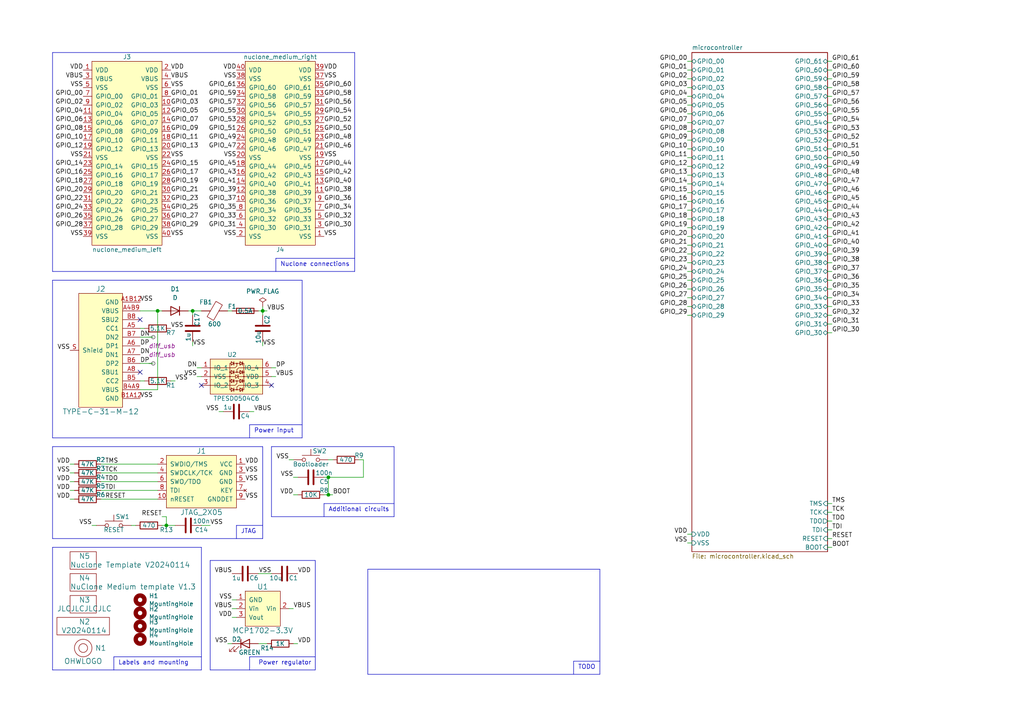
<source format=kicad_sch>
(kicad_sch (version 20230121) (generator eeschema)
  (paper "A4")
  (lib_symbols
    (symbol "Device:C" (pin_numbers hide) (pin_names (offset 0.254))
      (property "Reference" "C" (at 0.635 2.54 0))
      (property "Value" "C" (at 0.635 -2.54 0))
      (symbol "C_0_1"
        (polyline (pts (xy -2.032 -0.762) (xy 2.032 -0.762)) (stroke (width 0.508)))
        (polyline (pts (xy -2.032 0.762) (xy 2.032 0.762)) (stroke (width 0.508)))
      )
      (symbol "C_1_1"
        (pin passive line (at 0 3.81 270) (length 2.794) (name "~") (number "1"))
        (pin passive line (at 0 -3.81 90) (length 2.794) (name "~") (number "2"))
      )
    )
    (symbol "Device:D" (pin_numbers hide) (pin_names (offset 1.016) hide)
      (property "Reference" "D" (at 0 2.54 0))
      (property "Value" "D" (at 0 -2.54 0))
      (symbol "D_0_1"
        (polyline (pts (xy -1.27 1.27) (xy -1.27 -1.27)) (stroke (width 0.254)))
        (polyline (pts (xy 1.27 0) (xy -1.27 0)))
        (polyline (pts (xy 1.27 1.27) (xy 1.27 -1.27) (xy -1.27 0) (xy 1.27 1.27)) (stroke (width 0.254)))
      )
      (symbol "D_1_1"
        (pin passive line (at -3.81 0 0) (length 2.54) (name "K") (number "1"))
        (pin passive line (at 3.81 0 180) (length 2.54) (name "A") (number "2"))
      )
    )
    (symbol "Device:FerriteBead" (pin_numbers hide) (pin_names (offset 0))
      (property "Reference" "FB" (at -3.81 0.635 90))
      (property "Value" "FerriteBead" (at 3.81 0 90))
      (symbol "FerriteBead_0_1"
        (polyline (pts (xy 0 -1.27) (xy 0 -1.2192)))
        (polyline (pts (xy 0 1.27) (xy 0 1.2954)))
        (polyline (pts (xy -2.7686 0.4064) (xy -1.7018 2.2606) (xy 2.7686 -0.3048) (xy 1.6764 -2.159) (xy -2.7686 0.4064)))
      )
      (symbol "FerriteBead_1_1"
        (pin passive line (at 0 3.81 270) (length 2.54) (name "~") (number "1"))
        (pin passive line (at 0 -3.81 90) (length 2.54) (name "~") (number "2"))
      )
    )
    (symbol "Device:Fuse" (pin_numbers hide) (pin_names (offset 0))
      (property "Reference" "F" (at 2.032 0 90))
      (property "Value" "Fuse" (at -1.905 0 90))
      (symbol "Fuse_0_1"
        (rectangle (start -0.762 -2.54) (end 0.762 2.54) (stroke (width 0.254)))
        (polyline (pts (xy 0 2.54) (xy 0 -2.54)))
      )
      (symbol "Fuse_1_1"
        (pin passive line (at 0 3.81 270) (length 1.27) (name "~") (number "1"))
        (pin passive line (at 0 -3.81 90) (length 1.27) (name "~") (number "2"))
      )
    )
    (symbol "Device:LED" (pin_numbers hide) (pin_names (offset 1.016) hide)
      (property "Reference" "D" (at 0 2.54 0))
      (property "Value" "LED" (at 0 -2.54 0))
      (symbol "LED_0_1"
        (polyline (pts (xy -1.27 -1.27) (xy -1.27 1.27)) (stroke (width 0.254)))
        (polyline (pts (xy -1.27 0) (xy 1.27 0)))
        (polyline (pts (xy 1.27 -1.27) (xy 1.27 1.27) (xy -1.27 0) (xy 1.27 -1.27)) (stroke (width 0.254)))
        (polyline (pts (xy -3.048 -0.762) (xy -4.572 -2.286) (xy -3.81 -2.286) (xy -4.572 -2.286) (xy -4.572 -1.524)))
        (polyline (pts (xy -1.778 -0.762) (xy -3.302 -2.286) (xy -2.54 -2.286) (xy -3.302 -2.286) (xy -3.302 -1.524)))
      )
      (symbol "LED_1_1"
        (pin passive line (at -3.81 0 0) (length 2.54) (name "K") (number "1"))
        (pin passive line (at 3.81 0 180) (length 2.54) (name "A") (number "2"))
      )
    )
    (symbol "Device:R" (pin_numbers hide) (pin_names (offset 0))
      (property "Reference" "R" (at 2.032 0 90))
      (property "Value" "R" (at 0 0 90))
      (symbol "R_0_1"
        (rectangle (start -1.016 -2.54) (end 1.016 2.54) (stroke (width 0.254)))
      )
      (symbol "R_1_1"
        (pin passive line (at 0 3.81 270) (length 1.27) (name "~") (number "1"))
        (pin passive line (at 0 -3.81 90) (length 1.27) (name "~") (number "2"))
      )
    )
    (symbol "Mechanical:MountingHole" (pin_names (offset 1.016))
      (property "Reference" "H" (at 0 5.08 0))
      (property "Value" "MountingHole" (at 0 3.175 0))
      (symbol "MountingHole_0_1"
        (circle (center 0 0) (radius 1.27) (stroke (width 1.27)))
      )
    )
    (symbol "SquantorConnectorsNamed:JTAG_2X05_IN" (pin_names (offset 1.016))
      (property "Reference" "J" (at 0 8.89 0))
      (property "Value" "JTAG_2X05_IN" (at 0 -8.89 0))
      (symbol "JTAG_2X05_IN_0_1"
        (rectangle (start -10.16 7.62) (end 10.16 -7.62) (fill (type background)))
      )
      (symbol "JTAG_2X05_IN_1_1"
        (pin power_in line (at 12.7 5.08 180) (length 2.54) (name "VCC") (number "1"))
        (pin open_collector line (at -12.7 -5.08 0) (length 2.54) (name "nRESET") (number "10"))
        (pin bidirectional line (at -12.7 5.08 0) (length 2.54) (name "SWDIO/TMS") (number "2"))
        (pin power_in line (at 12.7 2.54 180) (length 2.54) (name "GND") (number "3"))
        (pin output line (at -12.7 2.54 0) (length 2.54) (name "SWDCLK/TCK") (number "4"))
        (pin power_in line (at 12.7 0 180) (length 2.54) (name "GND") (number "5"))
        (pin output line (at -12.7 0 0) (length 2.54) (name "SWO/TDO") (number "6"))
        (pin no_connect line (at 12.7 -2.54 180) (length 2.54) (name "KEY") (number "7"))
        (pin input line (at -12.7 -2.54 0) (length 2.54) (name "TDI") (number "8"))
        (pin power_in line (at 12.7 -5.08 180) (length 2.54) (name "GNDDET") (number "9"))
      )
    )
    (symbol "SquantorConnectorsNamed:nuclone_medium_left" (pin_names (offset 1.016))
      (property "Reference" "J" (at 0 27.94 0))
      (property "Value" "nuclone_medium_left" (at 0 -27.94 0))
      (symbol "nuclone_medium_left_0_1"
        (rectangle (start -10.16 26.67) (end 10.16 -26.67) (fill (type background)))
      )
      (symbol "nuclone_medium_left_1_1"
        (pin power_in line (at -12.7 24.13 0) (length 2.54) (name "VDD") (number "1"))
        (pin bidirectional line (at 12.7 13.97 180) (length 2.54) (name "GPIO_03") (number "10"))
        (pin bidirectional line (at -12.7 11.43 0) (length 2.54) (name "GPIO_04") (number "11"))
        (pin bidirectional line (at 12.7 11.43 180) (length 2.54) (name "GPIO_05") (number "12"))
        (pin bidirectional line (at -12.7 8.89 0) (length 2.54) (name "GPIO_06") (number "13"))
        (pin bidirectional line (at 12.7 8.89 180) (length 2.54) (name "GPIO_07") (number "14"))
        (pin bidirectional line (at -12.7 6.35 0) (length 2.54) (name "GPIO_08") (number "15"))
        (pin bidirectional line (at 12.7 6.35 180) (length 2.54) (name "GPIO_09") (number "16"))
        (pin bidirectional line (at -12.7 3.81 0) (length 2.54) (name "GPIO_10") (number "17"))
        (pin bidirectional line (at 12.7 3.81 180) (length 2.54) (name "GPIO_11") (number "18"))
        (pin bidirectional line (at -12.7 1.27 0) (length 2.54) (name "GPIO_12") (number "19"))
        (pin power_in line (at 12.7 24.13 180) (length 2.54) (name "VDD") (number "2"))
        (pin bidirectional line (at 12.7 1.27 180) (length 2.54) (name "GPIO_13") (number "20"))
        (pin power_in line (at -12.7 -1.27 0) (length 2.54) (name "VSS") (number "21"))
        (pin power_in line (at 12.7 -1.27 180) (length 2.54) (name "VSS") (number "22"))
        (pin bidirectional line (at -12.7 -3.81 0) (length 2.54) (name "GPIO_14") (number "23"))
        (pin bidirectional line (at 12.7 -3.81 180) (length 2.54) (name "GPIO_15") (number "24"))
        (pin bidirectional line (at -12.7 -6.35 0) (length 2.54) (name "GPIO_16") (number "25"))
        (pin bidirectional line (at 12.7 -6.35 180) (length 2.54) (name "GPIO_17") (number "26"))
        (pin bidirectional line (at -12.7 -8.89 0) (length 2.54) (name "GPIO_18") (number "27"))
        (pin bidirectional line (at 12.7 -8.89 180) (length 2.54) (name "GPIO_19") (number "28"))
        (pin bidirectional line (at -12.7 -11.43 0) (length 2.54) (name "GPIO_20") (number "29"))
        (pin power_in line (at -12.7 21.59 0) (length 2.54) (name "VBUS") (number "3"))
        (pin bidirectional line (at 12.7 -11.43 180) (length 2.54) (name "GPIO_21") (number "30"))
        (pin bidirectional line (at -12.7 -13.97 0) (length 2.54) (name "GPIO_22") (number "31"))
        (pin bidirectional line (at 12.7 -13.97 180) (length 2.54) (name "GPIO_23") (number "32"))
        (pin bidirectional line (at -12.7 -16.51 0) (length 2.54) (name "GPIO_24") (number "33"))
        (pin bidirectional line (at 12.7 -16.51 180) (length 2.54) (name "GPIO_25") (number "34"))
        (pin bidirectional line (at -12.7 -19.05 0) (length 2.54) (name "GPIO_26") (number "35"))
        (pin bidirectional line (at 12.7 -19.05 180) (length 2.54) (name "GPIO_27") (number "36"))
        (pin bidirectional line (at -12.7 -21.59 0) (length 2.54) (name "GPIO_28") (number "37"))
        (pin bidirectional line (at 12.7 -21.59 180) (length 2.54) (name "GPIO_29") (number "38"))
        (pin power_in line (at -12.7 -24.13 0) (length 2.54) (name "VSS") (number "39"))
        (pin power_in line (at 12.7 21.59 180) (length 2.54) (name "VBUS") (number "4"))
        (pin power_in line (at 12.7 -24.13 180) (length 2.54) (name "VSS") (number "40"))
        (pin power_in line (at -12.7 19.05 0) (length 2.54) (name "VSS") (number "5"))
        (pin power_in line (at 12.7 19.05 180) (length 2.54) (name "VSS") (number "6"))
        (pin bidirectional line (at -12.7 16.51 0) (length 2.54) (name "GPIO_00") (number "7"))
        (pin bidirectional line (at 12.7 16.51 180) (length 2.54) (name "GPIO_01") (number "8"))
        (pin bidirectional line (at -12.7 13.97 0) (length 2.54) (name "GPIO_02") (number "9"))
      )
    )
    (symbol "SquantorConnectorsNamed:nuclone_medium_right" (pin_names (offset 1.016))
      (property "Reference" "J" (at 0 27.94 0))
      (property "Value" "nuclone_medium_right" (at 0 -27.94 0))
      (symbol "nuclone_medium_right_0_1"
        (rectangle (start 10.16 -26.67) (end -10.16 26.67) (fill (type background)))
      )
      (symbol "nuclone_medium_right_1_1"
        (pin power_in line (at 12.7 -24.13 180) (length 2.54) (name "VSS") (number "1"))
        (pin bidirectional line (at -12.7 -13.97 0) (length 2.54) (name "GPIO_36") (number "10"))
        (pin bidirectional line (at 12.7 -11.43 180) (length 2.54) (name "GPIO_39") (number "11"))
        (pin bidirectional line (at -12.7 -11.43 0) (length 2.54) (name "GPIO_38") (number "12"))
        (pin bidirectional line (at 12.7 -8.89 180) (length 2.54) (name "GPIO_41") (number "13"))
        (pin bidirectional line (at -12.7 -8.89 0) (length 2.54) (name "GPIO_40") (number "14"))
        (pin bidirectional line (at 12.7 -6.35 180) (length 2.54) (name "GPIO_43") (number "15"))
        (pin bidirectional line (at -12.7 -6.35 0) (length 2.54) (name "GPIO_42") (number "16"))
        (pin bidirectional line (at 12.7 -3.81 180) (length 2.54) (name "GPIO_45") (number "17"))
        (pin bidirectional line (at -12.7 -3.81 0) (length 2.54) (name "GPIO_44") (number "18"))
        (pin power_in line (at 12.7 -1.27 180) (length 2.54) (name "VSS") (number "19"))
        (pin power_in line (at -12.7 -24.13 0) (length 2.54) (name "VSS") (number "2"))
        (pin power_in line (at -12.7 -1.27 0) (length 2.54) (name "VSS") (number "20"))
        (pin bidirectional line (at 12.7 1.27 180) (length 2.54) (name "GPIO_47") (number "21"))
        (pin bidirectional line (at -12.7 1.27 0) (length 2.54) (name "GPIO_46") (number "22"))
        (pin bidirectional line (at 12.7 3.81 180) (length 2.54) (name "GPIO_49") (number "23"))
        (pin bidirectional line (at -12.7 3.81 0) (length 2.54) (name "GPIO_48") (number "24"))
        (pin bidirectional line (at 12.7 6.35 180) (length 2.54) (name "GPIO_51") (number "25"))
        (pin bidirectional line (at -12.7 6.35 0) (length 2.54) (name "GPIO_50") (number "26"))
        (pin bidirectional line (at 12.7 8.89 180) (length 2.54) (name "GPIO_53") (number "27"))
        (pin bidirectional line (at -12.7 8.89 0) (length 2.54) (name "GPIO_52") (number "28"))
        (pin bidirectional line (at 12.7 11.43 180) (length 2.54) (name "GPIO_55") (number "29"))
        (pin bidirectional line (at 12.7 -21.59 180) (length 2.54) (name "GPIO_31") (number "3"))
        (pin bidirectional line (at -12.7 11.43 0) (length 2.54) (name "GPIO_54") (number "30"))
        (pin bidirectional line (at 12.7 13.97 180) (length 2.54) (name "GPIO_57") (number "31"))
        (pin bidirectional line (at -12.7 13.97 0) (length 2.54) (name "GPIO_56") (number "32"))
        (pin bidirectional line (at 12.7 16.51 180) (length 2.54) (name "GPIO_59") (number "33"))
        (pin bidirectional line (at -12.7 16.51 0) (length 2.54) (name "GPIO_58") (number "34"))
        (pin bidirectional line (at 12.7 19.05 180) (length 2.54) (name "GPIO_61") (number "35"))
        (pin bidirectional line (at -12.7 19.05 0) (length 2.54) (name "GPIO_60") (number "36"))
        (pin power_in line (at 12.7 21.59 180) (length 2.54) (name "VSS") (number "37"))
        (pin power_in line (at -12.7 21.59 0) (length 2.54) (name "VSS") (number "38"))
        (pin power_in line (at 12.7 24.13 180) (length 2.54) (name "VDD") (number "39"))
        (pin bidirectional line (at -12.7 -21.59 0) (length 2.54) (name "GPIO_30") (number "4"))
        (pin power_in line (at -12.7 24.13 0) (length 2.54) (name "VDD") (number "40"))
        (pin bidirectional line (at 12.7 -19.05 180) (length 2.54) (name "GPIO_33") (number "5"))
        (pin bidirectional line (at -12.7 -19.05 0) (length 2.54) (name "GPIO_32") (number "6"))
        (pin bidirectional line (at 12.7 -16.51 180) (length 2.54) (name "GPIO_35") (number "7"))
        (pin bidirectional line (at -12.7 -16.51 0) (length 2.54) (name "GPIO_34") (number "8"))
        (pin bidirectional line (at 12.7 -13.97 180) (length 2.54) (name "GPIO_37") (number "9"))
      )
    )
    (symbol "SquantorDevice:TVS_4_Array" (pin_names (offset 1.016))
      (property "Reference" "U" (at 0 7.62 0))
      (property "Value" "TVS_4_Array" (at 0 -5.08 0))
      (symbol "TVS_4_Array_0_1"
        (rectangle (start -7.62 6.35) (end 7.62 -3.81) (fill (type background)))
        (circle (center -1.905 0) (radius 0.127))
        (circle (center -1.905 1.27) (radius 0.127))
        (circle (center -1.905 2.54) (radius 0.127))
        (polyline (pts (xy -7.62 1.27) (xy -0.254 1.27)))
        (polyline (pts (xy -1.905 5.08) (xy -1.905 -2.54)))
        (polyline (pts (xy -1.524 -2.54) (xy -1.905 -2.54)))
        (polyline (pts (xy -1.524 0) (xy -1.905 0)))
        (polyline (pts (xy -1.524 2.54) (xy -1.905 2.54)))
        (polyline (pts (xy -1.524 5.08) (xy -1.905 5.08)))
        (polyline (pts (xy -0.762 -2.54) (xy 1.016 -2.54)))
        (polyline (pts (xy -0.762 -2.032) (xy -0.762 -3.048)))
        (polyline (pts (xy -0.762 -2.032) (xy -0.762 -3.048)))
        (polyline (pts (xy -0.762 0) (xy 1.016 0)))
        (polyline (pts (xy -0.762 0.508) (xy -0.762 -0.508)))
        (polyline (pts (xy -0.762 0.508) (xy -0.762 -0.508)))
        (polyline (pts (xy -0.762 2.54) (xy 1.016 2.54)))
        (polyline (pts (xy -0.762 3.048) (xy -0.762 2.032)))
        (polyline (pts (xy -0.762 3.048) (xy -0.762 2.032)))
        (polyline (pts (xy -0.762 5.08) (xy 1.016 5.08)))
        (polyline (pts (xy -0.762 5.588) (xy -0.762 4.572)))
        (polyline (pts (xy -0.762 5.588) (xy -0.762 4.572)))
        (polyline (pts (xy 0.508 1.27) (xy 7.62 1.27)))
        (polyline (pts (xy 1.778 -2.54) (xy 2.159 -2.54)))
        (polyline (pts (xy 1.778 -2.032) (xy 1.778 -3.048)))
        (polyline (pts (xy 1.778 -2.032) (xy 1.778 -3.048)))
        (polyline (pts (xy 1.778 0) (xy 2.159 0)))
        (polyline (pts (xy 1.778 0.508) (xy 1.778 -0.508)))
        (polyline (pts (xy 1.778 0.508) (xy 1.778 -0.508)))
        (polyline (pts (xy 1.778 2.54) (xy 2.159 2.54)))
        (polyline (pts (xy 1.778 3.048) (xy 1.778 2.032)))
        (polyline (pts (xy 1.778 3.048) (xy 1.778 2.032)))
        (polyline (pts (xy 1.778 5.08) (xy 2.159 5.08)))
        (polyline (pts (xy 1.778 5.588) (xy 1.778 4.572)))
        (polyline (pts (xy 1.778 5.588) (xy 1.778 4.572)))
        (polyline (pts (xy 2.159 5.08) (xy 2.159 -2.54)))
        (polyline (pts (xy 0.508 1.27) (xy 0.508 0.762) (xy 0.635 0.635)))
        (polyline (pts (xy 0.508 1.27) (xy 0.508 1.778) (xy 0.381 1.905)))
        (polyline (pts (xy -7.62 -1.27) (xy -0.381 -1.27) (xy 0.127 -0.762) (xy 0.127 0)))
        (polyline (pts (xy -7.62 3.81) (xy -0.381 3.81) (xy 0.127 4.318) (xy 0.127 5.08)))
        (polyline (pts (xy 0.508 1.27) (xy -0.254 1.778) (xy -0.254 0.762) (xy 0.508 1.27)))
        (polyline (pts (xy 7.62 -1.27) (xy 0.635 -1.27) (xy 0.127 -1.778) (xy 0.127 -2.413)))
        (polyline (pts (xy 7.62 3.81) (xy 0.635 3.81) (xy 0.127 3.302) (xy 0.127 2.667)))
        (circle (center 0.127 -2.54) (radius 0.127))
        (circle (center 0.127 0) (radius 0.127))
        (circle (center 0.127 2.54) (radius 0.127))
        (circle (center 0.127 5.08) (radius 0.127))
        (circle (center 2.159 0) (radius 0.127))
        (circle (center 2.159 1.27) (radius 0.127))
        (circle (center 2.159 2.54) (radius 0.127))
      )
      (symbol "TVS_4_Array_1_1"
        (polyline (pts (xy -0.762 -2.54) (xy -1.524 -2.032) (xy -1.524 -3.048) (xy -0.762 -2.54)))
        (polyline (pts (xy -0.762 -2.54) (xy -1.524 -2.032) (xy -1.524 -3.048) (xy -0.762 -2.54)))
        (polyline (pts (xy -0.762 0) (xy -1.524 0.508) (xy -1.524 -0.508) (xy -0.762 0)))
        (polyline (pts (xy -0.762 0) (xy -1.524 0.508) (xy -1.524 -0.508) (xy -0.762 0)))
        (polyline (pts (xy -0.762 2.54) (xy -1.524 3.048) (xy -1.524 2.032) (xy -0.762 2.54)))
        (polyline (pts (xy -0.762 2.54) (xy -1.524 3.048) (xy -1.524 2.032) (xy -0.762 2.54)))
        (polyline (pts (xy -0.762 5.08) (xy -1.524 5.588) (xy -1.524 4.572) (xy -0.762 5.08)))
        (polyline (pts (xy -0.762 5.08) (xy -1.524 5.588) (xy -1.524 4.572) (xy -0.762 5.08)))
        (polyline (pts (xy 1.778 -2.54) (xy 1.016 -2.032) (xy 1.016 -3.048) (xy 1.778 -2.54)))
        (polyline (pts (xy 1.778 -2.54) (xy 1.016 -2.032) (xy 1.016 -3.048) (xy 1.778 -2.54)))
        (polyline (pts (xy 1.778 0) (xy 1.016 0.508) (xy 1.016 -0.508) (xy 1.778 0)))
        (polyline (pts (xy 1.778 0) (xy 1.016 0.508) (xy 1.016 -0.508) (xy 1.778 0)))
        (polyline (pts (xy 1.778 2.54) (xy 1.016 3.048) (xy 1.016 2.032) (xy 1.778 2.54)))
        (polyline (pts (xy 1.778 2.54) (xy 1.016 3.048) (xy 1.016 2.032) (xy 1.778 2.54)))
        (polyline (pts (xy 1.778 5.08) (xy 1.016 5.588) (xy 1.016 4.572) (xy 1.778 5.08)))
        (polyline (pts (xy 1.778 5.08) (xy 1.016 5.588) (xy 1.016 4.572) (xy 1.778 5.08)))
        (pin passive line (at -10.16 3.81 0) (length 2.54) (name "IO_1") (number "1"))
        (pin power_in line (at -10.16 1.27 0) (length 2.54) (name "VSS") (number "2"))
        (pin passive line (at -10.16 -1.27 0) (length 2.54) (name "IO_2") (number "3"))
        (pin passive line (at 10.16 -1.27 180) (length 2.54) (name "IO_3") (number "4"))
        (pin power_in line (at 10.16 1.27 180) (length 2.54) (name "VDD") (number "5"))
        (pin passive line (at 10.16 3.81 180) (length 2.54) (name "IO_4") (number "6"))
      )
    )
    (symbol "SquantorLabels:Label" (pin_names (offset 1.016))
      (property "Reference" "N" (at 0 1.27 0))
      (property "Value" "Label" (at 0 -1.27 0))
      (symbol "Label_0_1"
        (rectangle (start -3.81 2.54) (end 3.81 -2.54))
      )
    )
    (symbol "SquantorLabels:OHWLOGO" (pin_names (offset 1.016))
      (property "Reference" "N" (at 0 3.81 0))
      (property "Value" "OHWLOGO" (at 0 -3.81 0))
      (symbol "OHWLOGO_0_1"
        (circle (center 0 0) (radius 1.27))
        (circle (center 0 0) (radius 2.54))
      )
    )
    (symbol "SquantorLabels:VYYYYMMDD" (pin_names (offset 1.016))
      (property "Reference" "N" (at 0 2.54 0))
      (property "Value" "VYYYYMMDD" (at 0 0 0))
      (symbol "VYYYYMMDD_0_1"
        (rectangle (start 7.62 -1.27) (end -7.62 3.81))
      )
    )
    (symbol "SquantorMicrochip:MCP1702-MB" (pin_names (offset 1.016))
      (property "Reference" "U" (at 0 6.35 0))
      (property "Value" "MCP1702-MB" (at 0 -6.35 0))
      (symbol "MCP1702-MB_0_1"
        (rectangle (start -5.08 5.08) (end 5.08 -5.08) (fill (type background)))
      )
      (symbol "MCP1702-MB_1_1"
        (pin power_in line (at -7.62 2.54 0) (length 2.54) (name "GND") (number "1"))
        (pin power_in line (at -7.62 0 0) (length 2.54) (name "Vin") (number "2"))
        (pin power_in line (at 7.62 0 180) (length 2.54) (name "Vin") (number "2"))
        (pin power_out line (at -7.62 -2.54 0) (length 2.54) (name "Vout") (number "3"))
      )
    )
    (symbol "SquantorUsb:USB-C_PD_USB" (pin_names (offset 1.016))
      (property "Reference" "J" (at 0 17.78 0))
      (property "Value" "USB-C_PD_USB" (at 0 -17.78 0))
      (symbol "USB-C_PD_USB_0_1"
        (rectangle (start 6.35 16.51) (end -6.35 -16.51) (fill (type background)))
      )
      (symbol "USB-C_PD_USB_1_1"
        (pin power_out line (at 11.43 13.97 180) (length 5.08) (name "GND") (number "A1B12"))
        (pin power_out line (at 11.43 11.43 180) (length 5.08) (name "VBUS") (number "A4B9"))
        (pin bidirectional line (at 11.43 6.35 180) (length 5.08) (name "CC1") (number "A5"))
        (pin bidirectional line (at 11.43 1.27 180) (length 5.08) (name "DP1") (number "A6"))
        (pin bidirectional line (at 11.43 -1.27 180) (length 5.08) (name "DN1") (number "A7"))
        (pin bidirectional line (at 11.43 -6.35 180) (length 5.08) (name "SBU1") (number "A8"))
        (pin passive line (at 11.43 -13.97 180) (length 5.08) (name "GND") (number "B1A12"))
        (pin passive line (at 11.43 -11.43 180) (length 5.08) (name "VBUS") (number "B4A9"))
        (pin bidirectional line (at 11.43 -8.89 180) (length 5.08) (name "CC2") (number "B5"))
        (pin bidirectional line (at 11.43 -3.81 180) (length 5.08) (name "DP2") (number "B6"))
        (pin bidirectional line (at 11.43 3.81 180) (length 5.08) (name "DN2") (number "B7"))
        (pin bidirectional line (at 11.43 8.89 180) (length 5.08) (name "SBU2") (number "B8"))
        (pin passive line (at -8.89 0 0) (length 2.54) (name "Shield") (number "S"))
      )
    )
    (symbol "Switch:SW_Push" (pin_numbers hide) (pin_names (offset 1.016) hide)
      (property "Reference" "SW" (at 1.27 2.54 0))
      (property "Value" "SW_Push" (at 0 -1.524 0))
      (symbol "SW_Push_0_1"
        (circle (center -2.032 0) (radius 0.508))
        (polyline (pts (xy 0 1.27) (xy 0 3.048)))
        (polyline (pts (xy 2.54 1.27) (xy -2.54 1.27)))
        (circle (center 2.032 0) (radius 0.508))
        (pin passive line (at -5.08 0 0) (length 2.54) (name "1") (number "1"))
        (pin passive line (at 5.08 0 180) (length 2.54) (name "2") (number "2"))
      )
    )
    (symbol "power:PWR_FLAG" (power) (pin_numbers hide) (pin_names (offset 0) hide)
      (property "Value" "PWR_FLAG" (at 0 3.81 0))
      (symbol "PWR_FLAG_0_0"
        (pin power_out line (at 0 0 90) (length 0) (name "pwr") (number "1"))
      )
      (symbol "PWR_FLAG_0_1"
        (polyline (pts (xy 0 0) (xy 0 1.27) (xy -1.016 1.905) (xy 0 2.54) (xy 1.016 1.905) (xy 0 1.27)))
      )
    )
  )
  (junction (at 76.2 90.17))
  (junction (at 48.26 152.4))
  (junction (at 55.88 90.17))
  (junction (at 95.25 138.43))
  (junction (at 95.25 143.51))
  (junction (at 45.72 90.17))
  (no_connect (at 40.64 107.95))
  (no_connect (at 78.74 111.76))
  (no_connect (at 40.64 92.71))
  (no_connect (at 58.42 111.76))
  (wire (pts (xy 83.82 133.35) (xy 85.09 133.35)))
  (wire (pts (xy 199.39 33.02) (xy 200.66 33.02)))
  (wire (pts (xy 200.66 40.64) (xy 199.39 40.64)))
  (wire (pts (xy 199.39 43.18) (xy 200.66 43.18)))
  (wire (pts (xy 240.03 78.74) (xy 241.3 78.74)))
  (wire (pts (xy 240.03 25.4) (xy 241.3 25.4)))
  (polyline (pts (xy 72.39 123.19) (xy 72.39 127)))
  (wire (pts (xy 240.03 35.56) (xy 241.3 35.56)))
  (wire (pts (xy 38.1 152.4) (xy 39.37 152.4)))
  (wire (pts (xy 85.09 176.53) (xy 83.82 176.53)))
  (wire (pts (xy 199.39 22.86) (xy 200.66 22.86)))
  (wire (pts (xy 21.59 142.24) (xy 20.32 142.24)))
  (wire (pts (xy 200.66 71.12) (xy 199.39 71.12)))
  (wire (pts (xy 200.66 86.36) (xy 199.39 86.36)))
  (polyline (pts (xy 15.24 15.24) (xy 15.24 78.74)))
  (wire (pts (xy 95.25 143.51) (xy 96.52 143.51)))
  (polyline (pts (xy 102.87 78.74) (xy 102.87 15.24)))
  (wire (pts (xy 40.64 113.03) (xy 45.72 113.03)))
  (wire (pts (xy 241.3 38.1) (xy 240.03 38.1)))
  (wire (pts (xy 67.31 173.99) (xy 68.58 173.99)))
  (wire (pts (xy 199.39 78.74) (xy 200.66 78.74)))
  (wire (pts (xy 199.39 154.94) (xy 200.66 154.94)))
  (wire (pts (xy 54.61 90.17) (xy 55.88 90.17)))
  (polyline (pts (xy 87.63 81.28) (xy 15.24 81.28)))
  (wire (pts (xy 199.39 58.42) (xy 200.66 58.42)))
  (wire (pts (xy 73.66 119.38) (xy 72.39 119.38)))
  (wire (pts (xy 199.39 73.66) (xy 200.66 73.66)))
  (wire (pts (xy 240.03 66.04) (xy 241.3 66.04)))
  (wire (pts (xy 240.03 40.64) (xy 241.3 40.64)))
  (polyline (pts (xy 15.24 158.75) (xy 15.24 194.31)))
  (wire (pts (xy 29.21 144.78) (xy 45.72 144.78)))
  (wire (pts (xy 200.66 35.56) (xy 199.39 35.56)))
  (wire (pts (xy 241.3 58.42) (xy 240.03 58.42)))
  (wire (pts (xy 200.66 60.96) (xy 199.39 60.96)))
  (wire (pts (xy 93.98 143.51) (xy 95.25 143.51)))
  (wire (pts (xy 85.09 138.43) (xy 86.36 138.43)))
  (wire (pts (xy 20.32 134.62) (xy 21.59 134.62)))
  (wire (pts (xy 95.25 133.35) (xy 96.52 133.35)))
  (wire (pts (xy 80.01 106.68) (xy 78.74 106.68)))
  (wire (pts (xy 40.64 95.25) (xy 41.91 95.25)))
  (polyline (pts (xy 93.98 146.05) (xy 93.98 149.86)))
  (polyline (pts (xy 33.02 190.5) (xy 33.02 194.31)))
  (wire (pts (xy 67.31 179.07) (xy 68.58 179.07)))
  (wire (pts (xy 48.26 149.86) (xy 48.26 152.4)))
  (wire (pts (xy 86.36 186.69) (xy 85.09 186.69)))
  (wire (pts (xy 199.39 68.58) (xy 200.66 68.58)))
  (wire (pts (xy 40.64 97.79) (xy 44.45 97.79)))
  (wire (pts (xy 29.21 134.62) (xy 45.72 134.62)))
  (wire (pts (xy 40.64 90.17) (xy 45.72 90.17)))
  (polyline (pts (xy 114.3 146.05) (xy 93.98 146.05)))
  (wire (pts (xy 241.3 43.18) (xy 240.03 43.18)))
  (wire (pts (xy 200.66 45.72) (xy 199.39 45.72)))
  (wire (pts (xy 241.3 27.94) (xy 240.03 27.94)))
  (wire (pts (xy 200.66 157.48) (xy 199.39 157.48)))
  (wire (pts (xy 241.3 81.28) (xy 240.03 81.28)))
  (wire (pts (xy 57.15 109.22) (xy 58.42 109.22)))
  (wire (pts (xy 200.66 91.44) (xy 199.39 91.44)))
  (wire (pts (xy 200.66 20.32) (xy 199.39 20.32)))
  (wire (pts (xy 241.3 96.52) (xy 240.03 96.52)))
  (polyline (pts (xy 80.01 74.93) (xy 80.01 78.74)))
  (wire (pts (xy 76.2 90.17) (xy 76.2 88.9)))
  (wire (pts (xy 240.03 30.48) (xy 241.3 30.48)))
  (wire (pts (xy 77.47 186.69) (xy 74.93 186.69)))
  (wire (pts (xy 29.21 137.16) (xy 45.72 137.16)))
  (wire (pts (xy 199.39 83.82) (xy 200.66 83.82)))
  (wire (pts (xy 46.99 149.86) (xy 48.26 149.86)))
  (wire (pts (xy 240.03 158.75) (xy 241.3 158.75)))
  (wire (pts (xy 241.3 86.36) (xy 240.03 86.36)))
  (wire (pts (xy 21.59 137.16) (xy 20.32 137.16)))
  (wire (pts (xy 199.39 53.34) (xy 200.66 53.34)))
  (wire (pts (xy 200.66 50.8) (xy 199.39 50.8)))
  (wire (pts (xy 76.2 91.44) (xy 76.2 90.17)))
  (wire (pts (xy 55.88 100.33) (xy 55.88 99.06)))
  (polyline (pts (xy 91.44 194.31) (xy 91.44 162.56)))
  (wire (pts (xy 58.42 106.68) (xy 57.15 106.68)))
  (wire (pts (xy 200.66 66.04) (xy 199.39 66.04)))
  (polyline (pts (xy 91.44 162.56) (xy 60.96 162.56)))
  (wire (pts (xy 77.47 90.17) (xy 76.2 90.17)))
  (polyline (pts (xy 15.24 78.74) (xy 102.87 78.74)))
  (wire (pts (xy 29.21 139.7) (xy 45.72 139.7)))
  (wire (pts (xy 76.2 90.17) (xy 74.93 90.17)))
  (polyline (pts (xy 91.44 190.5) (xy 72.39 190.5)))
  (wire (pts (xy 67.31 186.69) (xy 66.04 186.69)))
  (wire (pts (xy 55.88 90.17) (xy 58.42 90.17)))
  (polyline (pts (xy 58.42 158.75) (xy 15.24 158.75)))
  (wire (pts (xy 241.3 33.02) (xy 240.03 33.02)))
  (wire (pts (xy 241.3 68.58) (xy 240.03 68.58)))
  (polyline (pts (xy 76.2 152.4) (xy 68.58 152.4)))
  (wire (pts (xy 241.3 91.44) (xy 240.03 91.44)))
  (wire (pts (xy 241.3 53.34) (xy 240.03 53.34)))
  (polyline (pts (xy 76.2 129.54) (xy 15.24 129.54)))
  (wire (pts (xy 55.88 91.44) (xy 55.88 90.17)))
  (wire (pts (xy 240.03 83.82) (xy 241.3 83.82)))
  (wire (pts (xy 241.3 63.5) (xy 240.03 63.5)))
  (polyline (pts (xy 87.63 123.19) (xy 72.39 123.19)))
  (wire (pts (xy 49.53 110.49) (xy 50.8 110.49)))
  (wire (pts (xy 240.03 60.96) (xy 241.3 60.96)))
  (wire (pts (xy 241.3 22.86) (xy 240.03 22.86)))
  (wire (pts (xy 240.03 76.2) (xy 241.3 76.2)))
  (wire (pts (xy 240.03 151.13) (xy 241.3 151.13)))
  (wire (pts (xy 200.66 25.4) (xy 199.39 25.4)))
  (polyline (pts (xy 102.87 74.93) (xy 80.01 74.93)))
  (polyline (pts (xy 15.24 127) (xy 87.63 127)))
  (wire (pts (xy 64.77 119.38) (xy 63.5 119.38)))
  (wire (pts (xy 45.72 90.17) (xy 46.99 90.17)))
  (wire (pts (xy 85.09 143.51) (xy 86.36 143.51)))
  (wire (pts (xy 199.39 48.26) (xy 200.66 48.26)))
  (polyline (pts (xy 72.39 190.5) (xy 72.39 194.31)))
  (polyline (pts (xy 15.24 129.54) (xy 15.24 156.21)))
  (polyline (pts (xy 68.58 152.4) (xy 68.58 156.21)))
  (polyline (pts (xy 102.87 15.24) (xy 15.24 15.24)))
  (wire (pts (xy 200.66 55.88) (xy 199.39 55.88)))
  (wire (pts (xy 66.04 90.17) (xy 67.31 90.17)))
  (wire (pts (xy 240.03 153.67) (xy 241.3 153.67)))
  (wire (pts (xy 29.21 142.24) (xy 45.72 142.24)))
  (polyline (pts (xy 114.3 149.86) (xy 114.3 129.54)))
  (polyline (pts (xy 166.37 195.58) (xy 166.37 191.77)))
  (polyline (pts (xy 106.68 165.1) (xy 173.99 165.1)))
  (wire (pts (xy 20.32 139.7) (xy 21.59 139.7)))
  (wire (pts (xy 105.41 133.35) (xy 105.41 138.43)))
  (wire (pts (xy 240.03 55.88) (xy 241.3 55.88)))
  (wire (pts (xy 199.39 17.78) (xy 200.66 17.78)))
  (wire (pts (xy 60.96 152.4) (xy 58.42 152.4)))
  (wire (pts (xy 68.58 176.53) (xy 67.31 176.53)))
  (polyline (pts (xy 78.74 129.54) (xy 78.74 149.86)))
  (wire (pts (xy 200.66 30.48) (xy 199.39 30.48)))
  (wire (pts (xy 240.03 88.9) (xy 241.3 88.9)))
  (wire (pts (xy 199.39 88.9) (xy 200.66 88.9)))
  (polyline (pts (xy 15.24 81.28) (xy 15.24 127)))
  (wire (pts (xy 200.66 81.28) (xy 199.39 81.28)))
  (polyline (pts (xy 173.99 195.58) (xy 106.68 195.58)))
  (wire (pts (xy 200.66 76.2) (xy 199.39 76.2)))
  (wire (pts (xy 40.64 105.41) (xy 44.45 105.41)))
  (wire (pts (xy 240.03 50.8) (xy 241.3 50.8)))
  (polyline (pts (xy 58.42 194.31) (xy 58.42 158.75)))
  (wire (pts (xy 74.93 166.37) (xy 78.74 166.37)))
  (polyline (pts (xy 106.68 195.58) (xy 106.68 165.1)))
  (wire (pts (xy 26.67 152.4) (xy 27.94 152.4)))
  (wire (pts (xy 45.72 113.03) (xy 45.72 90.17)))
  (wire (pts (xy 240.03 156.21) (xy 241.3 156.21)))
  (wire (pts (xy 240.03 20.32) (xy 241.3 20.32)))
  (wire (pts (xy 104.14 133.35) (xy 105.41 133.35)))
  (wire (pts (xy 105.41 138.43) (xy 95.25 138.43)))
  (wire (pts (xy 240.03 146.05) (xy 241.3 146.05)))
  (polyline (pts (xy 58.42 190.5) (xy 33.02 190.5)))
  (wire (pts (xy 240.03 71.12) (xy 241.3 71.12)))
  (polyline (pts (xy 78.74 149.86) (xy 114.3 149.86)))
  (wire (pts (xy 240.03 45.72) (xy 241.3 45.72)))
  (polyline (pts (xy 15.24 156.21) (xy 76.2 156.21)))
  (polyline (pts (xy 60.96 194.31) (xy 91.44 194.31)))
  (wire (pts (xy 78.74 109.22) (xy 80.01 109.22)))
  (wire (pts (xy 95.25 143.51) (xy 95.25 138.43)))
  (wire (pts (xy 48.26 152.4) (xy 50.8 152.4)))
  (wire (pts (xy 20.32 144.78) (xy 21.59 144.78)))
  (wire (pts (xy 41.91 110.49) (xy 40.64 110.49)))
  (wire (pts (xy 199.39 38.1) (xy 200.66 38.1)))
  (polyline (pts (xy 114.3 129.54) (xy 78.74 129.54)))
  (wire (pts (xy 241.3 17.78) (xy 240.03 17.78)))
  (wire (pts (xy 240.03 148.59) (xy 241.3 148.59)))
  (polyline (pts (xy 76.2 156.21) (xy 76.2 129.54)))
  (wire (pts (xy 240.03 93.98) (xy 241.3 93.98)))
  (wire (pts (xy 241.3 48.26) (xy 240.03 48.26)))
  (wire (pts (xy 46.99 152.4) (xy 48.26 152.4)))
  (wire (pts (xy 199.39 63.5) (xy 200.66 63.5)))
  (wire (pts (xy 241.3 73.66) (xy 240.03 73.66)))
  (wire (pts (xy 95.25 138.43) (xy 93.98 138.43)))
  (wire (pts (xy 199.39 27.94) (xy 200.66 27.94)))
  (wire (pts (xy 76.2 99.06) (xy 76.2 100.33)))
  (polyline (pts (xy 87.63 81.28) (xy 87.63 127)))
  (polyline (pts (xy 15.24 194.31) (xy 58.42 194.31)))
  (polyline (pts (xy 173.99 165.1) (xy 173.99 195.58)))
  (polyline (pts (xy 60.96 162.56) (xy 60.96 194.31)))
  (polyline (pts (xy 166.37 191.77) (xy 173.99 191.77)))
  (text "Labels and mounting" (at 34.29 193.04 0) (effects (font (size 1.27 1.27)) (justify left bottom)))
  (text "Power input" (at 73.66 125.73 0) (effects (font (size 1.27 1.27)) (justify left bottom)))
  (text "TODO" (at 167.64 194.31 0) (effects (font (size 1.27 1.27)) (justify left bottom)))
  (text "Power regulator" (at 74.93 193.04 0) (effects (font (size 1.27 1.27)) (justify left bottom)))
  (text "Additional circuits" (at 95.25 148.59 0) (effects (font (size 1.27 1.27)) (justify left bottom)))
  (text "Nuclone connections" (at 81.28 77.47 0) (effects (font (size 1.27 1.27)) (justify left bottom)))
  (text "JTAG" (at 69.85 154.94 0) (effects (font (size 1.27 1.27)) (justify left bottom)))
  (label "GPIO_07" (at 199.39 35.56 180))
  (label "VSS" (at 66.04 186.69 180))
  (label "GPIO_02" (at 199.39 22.86 180))
  (label "VDD" (at 71.12 134.62 0))
  (label "GPIO_54" (at 241.3 35.56 0))
  (label "VDD" (at 24.13 20.32 180))
  (label "GPIO_30" (at 93.98 66.04 0))
  (label "GPIO_29" (at 199.39 91.44 180))
  (label "VSS" (at 55.88 100.33 0))
  (label "VSS" (at 199.39 157.48 180))
  (label "GPIO_14" (at 199.39 53.34 180))
  (label "GPIO_17" (at 199.39 60.96 180))
  (label "DP" (at 40.64 100.33 0))
  (label "GPIO_00" (at 24.13 27.94 180))
  (label "GPIO_20" (at 199.39 68.58 180))
  (label "GPIO_08" (at 24.13 38.1 180))
  (label "GPIO_19" (at 49.53 53.34 0))
  (label "GPIO_03" (at 49.53 30.48 0))
  (label "GPIO_18" (at 24.13 53.34 180))
  (label "GPIO_48" (at 93.98 40.64 0))
  (label "GPIO_38" (at 93.98 55.88 0))
  (label "GPIO_12" (at 24.13 43.18 180))
  (label "GPIO_59" (at 241.3 22.86 0))
  (label "GPIO_56" (at 241.3 30.48 0))
  (label "VDD" (at 20.32 139.7 180))
  (label "GPIO_48" (at 241.3 50.8 0))
  (label "GPIO_35" (at 241.3 83.82 0))
  (label "GPIO_45" (at 68.58 48.26 180))
  (label "GPIO_27" (at 49.53 63.5 0))
  (label "GPIO_39" (at 241.3 73.66 0))
  (label "VBUS" (at 49.53 22.86 0))
  (label "GPIO_44" (at 241.3 60.96 0))
  (label "GPIO_10" (at 24.13 40.64 180))
  (label "TDO" (at 30.48 139.7 0))
  (label "GPIO_19" (at 199.39 66.04 180))
  (label "GPIO_26" (at 199.39 83.82 180))
  (label "GPIO_36" (at 241.3 81.28 0))
  (label "GPIO_60" (at 241.3 20.32 0))
  (label "GPIO_43" (at 241.3 63.5 0))
  (label "GPIO_14" (at 24.13 48.26 180))
  (label "GPIO_30" (at 241.3 96.52 0))
  (label "VSS" (at 60.96 152.4 0))
  (label "GPIO_34" (at 241.3 86.36 0))
  (label "GPIO_25" (at 199.39 81.28 180))
  (label "GPIO_13" (at 49.53 43.18 0))
  (label "DN" (at 40.64 102.87 0))
  (label "GPIO_55" (at 241.3 33.02 0))
  (label "VDD" (at 86.36 186.69 0))
  (label "VSS" (at 68.58 68.58 180))
  (label "VSS" (at 49.53 45.72 0))
  (label "RESET" (at 46.99 149.86 180))
  (label "VSS" (at 71.12 137.16 0))
  (label "GPIO_18" (at 199.39 63.5 180))
  (label "VSS" (at 24.13 68.58 180))
  (label "GPIO_15" (at 49.53 48.26 0))
  (label "BOOT" (at 241.3 158.75 0))
  (label "GPIO_20" (at 24.13 55.88 180))
  (label "GPIO_32" (at 241.3 91.44 0))
  (label "GPIO_02" (at 24.13 30.48 180))
  (label "GPIO_21" (at 199.39 71.12 180))
  (label "VBUS" (at 67.31 166.37 180))
  (label "TDI" (at 241.3 153.67 0))
  (label "GPIO_11" (at 49.53 40.64 0))
  (label "VDD" (at 68.58 20.32 180))
  (label "GPIO_33" (at 68.58 63.5 180))
  (label "VSS" (at 40.64 115.57 0))
  (label "GPIO_06" (at 24.13 35.56 180))
  (label "VDD" (at 199.39 154.94 180))
  (label "VSS" (at 68.58 22.86 180))
  (label "GPIO_04" (at 24.13 33.02 180))
  (label "VBUS" (at 73.66 119.38 0))
  (label "GPIO_51" (at 241.3 43.18 0))
  (label "GPIO_50" (at 93.98 38.1 0))
  (label "GPIO_49" (at 68.58 40.64 180))
  (label "GPIO_57" (at 68.58 30.48 180))
  (label "GPIO_08" (at 199.39 38.1 180))
  (label "GPIO_45" (at 241.3 58.42 0))
  (label "VSS" (at 63.5 119.38 180))
  (label "GPIO_23" (at 199.39 76.2 180))
  (label "VDD" (at 20.32 144.78 180))
  (label "GPIO_24" (at 199.39 78.74 180))
  (label "TDI" (at 30.48 142.24 0))
  (label "GPIO_13" (at 199.39 50.8 180))
  (label "GPIO_32" (at 93.98 63.5 0))
  (label "TCK" (at 241.3 148.59 0))
  (label "VSS" (at 24.13 25.4 180))
  (label "VSS" (at 20.32 137.16 180))
  (label "GPIO_47" (at 241.3 53.34 0))
  (label "VSS" (at 83.82 133.35 180))
  (label "GPIO_41" (at 68.58 53.34 180))
  (label "VSS" (at 20.32 101.6 180))
  (label "GPIO_28" (at 199.39 88.9 180))
  (label "GPIO_39" (at 68.58 55.88 180))
  (label "GPIO_37" (at 68.58 58.42 180))
  (label "GPIO_52" (at 241.3 40.64 0))
  (label "GPIO_00" (at 199.39 17.78 180))
  (label "GPIO_05" (at 199.39 30.48 180))
  (label "GPIO_41" (at 241.3 68.58 0))
  (label "VSS" (at 78.74 166.37 180))
  (label "GPIO_11" (at 199.39 45.72 180))
  (label "DP" (at 80.01 106.68 0))
  (label "GPIO_52" (at 93.98 35.56 0))
  (label "GPIO_43" (at 68.58 50.8 180))
  (label "GPIO_09" (at 199.39 40.64 180))
  (label "TMS" (at 241.3 146.05 0))
  (label "VSS" (at 85.09 138.43 180))
  (label "GPIO_50" (at 241.3 45.72 0))
  (label "GPIO_61" (at 241.3 17.78 0))
  (label "DN" (at 40.64 97.79 0))
  (label "GPIO_15" (at 199.39 55.88 180))
  (label "VSS" (at 71.12 144.78 0))
  (label "VDD" (at 20.32 134.62 180))
  (label "GPIO_10" (at 199.39 43.18 180))
  (label "VBUS" (at 67.31 176.53 180))
  (label "BOOT" (at 96.52 143.51 0))
  (label "GPIO_60" (at 93.98 25.4 0))
  (label "VSS" (at 49.53 25.4 0))
  (label "GPIO_42" (at 93.98 50.8 0))
  (label "GPIO_34" (at 93.98 60.96 0))
  (label "VBUS" (at 85.09 176.53 0))
  (label "GPIO_49" (at 241.3 48.26 0))
  (label "GPIO_01" (at 199.39 20.32 180))
  (label "TDO" (at 241.3 151.13 0))
  (label "VBUS" (at 77.47 90.17 0))
  (label "VSS" (at 93.98 45.72 0))
  (label "GPIO_28" (at 24.13 66.04 180))
  (label "GPIO_09" (at 49.53 38.1 0))
  (label "VDD" (at 49.53 20.32 0))
  (label "GPIO_57" (at 241.3 27.94 0))
  (label "GPIO_16" (at 24.13 50.8 180))
  (label "GPIO_12" (at 199.39 48.26 180))
  (label "GPIO_44" (at 93.98 48.26 0))
  (label "GPIO_17" (at 49.53 50.8 0))
  (label "GPIO_26" (at 24.13 63.5 180))
  (label "VSS" (at 93.98 68.58 0))
  (label "GPIO_37" (at 241.3 78.74 0))
  (label "GPIO_46" (at 93.98 43.18 0))
  (label "GPIO_31" (at 241.3 93.98 0))
  (label "GPIO_56" (at 93.98 30.48 0))
  (label "VSS" (at 49.53 68.58 0))
  (label "VSS" (at 76.2 100.33 0))
  (label "GPIO_46" (at 241.3 55.88 0))
  (label "VDD" (at 86.36 166.37 0))
  (label "VSS" (at 50.8 110.49 0))
  (label "GPIO_22" (at 24.13 58.42 180))
  (label "GPIO_05" (at 49.53 33.02 0))
  (label "GPIO_33" (at 241.3 88.9 0))
  (label "GPIO_22" (at 199.39 73.66 180))
  (label "DP" (at 40.64 105.41 0))
  (label "VSS" (at 67.31 173.99 180))
  (label "TCK" (at 30.48 137.16 0))
  (label "GPIO_40" (at 241.3 71.12 0))
  (label "TMS" (at 30.48 134.62 0))
  (label "GPIO_36" (at 93.98 58.42 0))
  (label "GPIO_29" (at 49.53 66.04 0))
  (label "VDD" (at 93.98 20.32 0))
  (label "VSS" (at 24.13 45.72 180))
  (label "GPIO_24" (at 24.13 60.96 180))
  (label "GPIO_16" (at 199.39 58.42 180))
  (label "VDD" (at 85.09 143.51 180))
  (label "GPIO_47" (at 68.58 43.18 180))
  (label "GPIO_01" (at 49.53 27.94 0))
  (label "GPIO_25" (at 49.53 60.96 0))
  (label "GPIO_03" (at 199.39 25.4 180))
  (label "VBUS" (at 24.13 22.86 180))
  (label "VSS" (at 40.64 87.63 0))
  (label "RESET" (at 30.48 144.78 0))
  (label "GPIO_31" (at 68.58 66.04 180))
  (label "GPIO_53" (at 68.58 35.56 180))
  (label "VDD" (at 20.32 142.24 180))
  (label "VSS" (at 93.98 22.86 0))
  (label "VSS" (at 57.15 109.22 180))
  (label "GPIO_23" (at 49.53 58.42 0))
  (label "GPIO_51" (at 68.58 38.1 180))
  (label "GPIO_07" (at 49.53 35.56 0))
  (label "GPIO_40" (at 93.98 53.34 0))
  (label "GPIO_06" (at 199.39 33.02 180))
  (label "GPIO_54" (at 93.98 33.02 0))
  (label "GPIO_27" (at 199.39 86.36 180))
  (label "VSS" (at 26.67 152.4 180))
  (label "GPIO_04" (at 199.39 27.94 180))
  (label "VBUS" (at 80.01 109.22 0))
  (label "GPIO_58" (at 93.98 27.94 0))
  (label "DN" (at 57.15 106.68 180))
  (label "VSS" (at 71.12 139.7 0))
  (label "GPIO_42" (at 241.3 66.04 0))
  (label "VDD" (at 67.31 179.07 180))
  (label "GPIO_35" (at 68.58 60.96 180))
  (label "VSS" (at 68.58 45.72 180))
  (label "VSS" (at 49.53 95.25 0))
  (label "RESET" (at 241.3 156.21 0))
  (label "GPIO_61" (at 68.58 25.4 180))
  (label "GPIO_58" (at 241.3 25.4 0))
  (label "GPIO_55" (at 68.58 33.02 180))
  (label "GPIO_38" (at 241.3 76.2 0))
  (label "GPIO_59" (at 68.58 27.94 180))
  (label "GPIO_21" (at 49.53 55.88 0))
  (label "GPIO_53" (at 241.3 38.1 0))
  (netclass_flag "" (length 1.27) (shape round) (at 43.18 97.79 270) (property "Netclass" "diff_usb" (at 46.99 100.33 0) (effects (font italic))))
  (netclass_flag "" (length 1.27) (shape round) (at 43.18 105.41 270) (property "Netclass" "diff_usb" (at 46.99 102.87 0) (effects (font italic))))
  (symbol (lib_id "SquantorLabels:OHWLOGO") (at 24.13 187.96 0) (unit 1)
    (property "Reference" "N1" (at 29.21 187.96 0) (effects (font (size 1.524 1.524))))
    (property "Value" "OHWLOGO" (at 24.13 191.77 0) (effects (font (size 1.524 1.524))))
    (property "Footprint" "Symbol:OSHW-Symbol_6.7x6mm_SilkScreen" (effects hide))
  )
  (symbol (lib_id "SquantorConnectorsNamed:JTAG_2X05_IN") (at 58.42 139.7 0) (unit 1)
    (property "Reference" "J1" (at 58.42 130.81 0) (effects (font (size 1.524 1.524))))
    (property "Value" "JTAG_2X05" (at 58.42 148.59 0) (effects (font (size 1.524 1.524))))
    (property "Footprint" "SquantorConnectors:Header-0127-2X05-H006" (effects hide))
  )
  (symbol (lib_id "Device:FerriteBead") (at 62.23 90.17 270) (unit 1)
    (property "Reference" "FB1" (at 59.69 87.63 90))
    (property "Value" "600" (at 62.23 93.98 90))
    (property "Footprint" "SquantorInductor:L_0603" (effects hide))
  )
  (symbol (lib_id "Device:Fuse") (at 71.12 90.17 270) (unit 1)
    (property "Reference" "F1" (at 67.31 88.9 90))
    (property "Value" "0.5A" (at 71.12 90.17 90))
    (property "Footprint" "SquantorFuse:F_0603_hand" (effects hide))
  )
  (symbol (lib_id "Device:C") (at 76.2 95.25 180) (unit 1)
    (property "Reference" "C2" (at 77.47 92.71 90))
    (property "Value" "10u" (at 74.93 97.79 90))
    (property "Footprint" "SquantorCapacitor:C_0603" (effects hide))
  )
  (symbol (lib_id "power:PWR_FLAG") (at 76.2 88.9 0) (unit 1)
    (property "Reference" "#FLG01" (effects hide))
    (property "Value" "PWR_FLAG" (at 76.2 84.5058 0))
  )
  (symbol (lib_id "Mechanical:MountingHole") (at 40.64 185.42 0) (unit 1)
    (property "Reference" "H4" (at 43.18 184.2516 0) (effects (justify left)))
    (property "Value" "MountingHole" (at 43.18 186.563 0) (effects (justify left)))
    (property "Footprint" "SquantorPcbOutline:MountingHole_3.2mm_M3_Pad_Via" (effects hide))
  )
  (symbol (lib_id "Mechanical:MountingHole") (at 40.64 181.61 0) (unit 1)
    (property "Reference" "H3" (at 43.18 180.4416 0) (effects (justify left)))
    (property "Value" "MountingHole" (at 43.18 182.753 0) (effects (justify left)))
    (property "Footprint" "SquantorPcbOutline:MountingHole_3.2mm_M3_Pad_Via" (effects hide))
  )
  (symbol (lib_id "Mechanical:MountingHole") (at 40.64 177.8 0) (unit 1)
    (property "Reference" "H2" (at 43.18 176.6316 0) (effects (justify left)))
    (property "Value" "MountingHole" (at 43.18 178.943 0) (effects (justify left)))
    (property "Footprint" "SquantorPcbOutline:MountingHole_3.2mm_M3_Pad_Via" (effects hide))
  )
  (symbol (lib_id "Mechanical:MountingHole") (at 40.64 173.99 0) (unit 1)
    (property "Reference" "H1" (at 43.18 172.8216 0) (effects (justify left)))
    (property "Value" "MountingHole" (at 43.18 175.133 0) (effects (justify left)))
    (property "Footprint" "SquantorPcbOutline:MountingHole_3.2mm_M3_Pad_Via" (effects hide))
  )
  (symbol (lib_id "SquantorLabels:VYYYYMMDD") (at 24.13 182.88 0) (unit 1)
    (property "Reference" "N2" (at 22.86 180.34 0) (effects (font (size 1.524 1.524)) (justify left)))
    (property "Value" "V20240114" (at 17.78 182.88 0) (effects (font (size 1.524 1.524)) (justify left)))
    (property "Footprint" "SquantorLabels:Label_Generic" (effects hide))
  )
  (symbol (lib_id "SquantorMicrochip:MCP1702-MB") (at 76.2 176.53 0) (unit 1)
    (property "Reference" "U1" (at 76.2 170.18 0) (effects (font (size 1.524 1.524))))
    (property "Value" "MCP1702-3.3V" (at 76.2 182.88 0) (effects (font (size 1.524 1.524))))
    (property "Footprint" "SquantorIC:SOT89-NXP" (effects hide))
  )
  (symbol (lib_id "Device:C") (at 82.55 166.37 270) (unit 1)
    (property "Reference" "C1" (at 85.09 167.64 90))
    (property "Value" "10u" (at 80.01 167.64 90))
    (property "Footprint" "SquantorCapacitor:C_0603" (effects hide))
  )
  (symbol (lib_id "SquantorConnectorsNamed:nuclone_medium_left") (at 36.83 44.45 0) (unit 1)
    (property "Reference" "J3" (at 36.83 16.51 0))
    (property "Value" "nuclone_medium_left" (at 36.83 72.39 0))
    (property "Footprint" "SquantorConnectorsNamed:nuclone_medium_left_stacked" (effects hide))
  )
  (symbol (lib_id "SquantorConnectorsNamed:nuclone_medium_right") (at 81.28 44.45 0) (unit 1)
    (property "Reference" "J4" (at 81.28 72.39 0))
    (property "Value" "nuclone_medium_right" (at 81.28 16.51 0))
    (property "Footprint" "SquantorConnectorsNamed:nuclone_medium_right_stacked" (effects hide))
  )
  (symbol (lib_id "SquantorLabels:Label") (at 24.13 175.26 0) (unit 1)
    (property "Reference" "N3" (at 22.86 173.99 0) (effects (font (size 1.524 1.524)) (justify left)))
    (property "Value" "JLCJLCJLCJLC" (at 16.51 176.53 0) (effects (font (size 1.524 1.524)) (justify left)))
    (property "Footprint" "SquantorLabels:Label_Generic" (effects hide))
  )
  (symbol (lib_id "Switch:SW_Push") (at 33.02 152.4 0) (unit 1)
    (property "Reference" "SW1" (at 35.56 149.86 0))
    (property "Value" "RESET" (at 33.02 153.67 0))
    (property "Footprint" "SquantorSwitches:TD-85XU" (effects hide))
  )
  (symbol (lib_id "SquantorUsb:USB-C_PD_USB") (at 29.21 101.6 0) (unit 1)
    (property "Reference" "J2" (at 29.21 83.82 0) (effects (font (size 1.524 1.524))))
    (property "Value" "TYPE-C-31-M-12" (at 29.21 119.38 0) (effects (font (size 1.524 1.524))))
    (property "Footprint" "SquantorUsb:USB-C-HRO-31-M-12_aisler" (effects hide))
  )
  (symbol (lib_id "Device:R") (at 45.72 110.49 270) (unit 1)
    (property "Reference" "R1" (at 49.53 111.76 90))
    (property "Value" "5.1K" (at 45.72 110.49 90))
    (property "Footprint" "SquantorResistor:R_0603_hand" (effects hide))
  )
  (symbol (lib_id "Device:R") (at 25.4 134.62 270) (unit 1)
    (property "Reference" "R2" (at 29.21 133.35 90))
    (property "Value" "47K" (at 25.4 134.62 90))
    (property "Footprint" "SquantorResistor:R_0603_hand" (effects hide))
  )
  (symbol (lib_id "Device:R") (at 25.4 137.16 270) (unit 1)
    (property "Reference" "R3" (at 29.21 135.89 90))
    (property "Value" "47K" (at 25.4 137.16 90))
    (property "Footprint" "SquantorResistor:R_0603_hand" (effects hide))
  )
  (symbol (lib_id "Device:R") (at 25.4 139.7 270) (unit 1)
    (property "Reference" "R4" (at 29.21 138.43 90))
    (property "Value" "47K" (at 25.4 139.7 90))
    (property "Footprint" "SquantorResistor:R_0603_hand" (effects hide))
  )
  (symbol (lib_id "Device:R") (at 25.4 142.24 270) (unit 1)
    (property "Reference" "R5" (at 29.21 140.97 90))
    (property "Value" "47K" (at 25.4 142.24 90))
    (property "Footprint" "SquantorResistor:R_0603_hand" (effects hide))
  )
  (symbol (lib_id "Device:R") (at 25.4 144.78 270) (unit 1)
    (property "Reference" "R6" (at 29.21 143.51 90))
    (property "Value" "47K" (at 25.4 144.78 90))
    (property "Footprint" "SquantorResistor:R_0603_hand" (effects hide))
  )
  (symbol (lib_id "SquantorLabels:Label") (at 24.13 168.91 0) (unit 1)
    (property "Reference" "N4" (at 22.86 167.64 0) (effects (font (size 1.524 1.524)) (justify left)))
    (property "Value" "NuClone Medium template V1.3" (at 20.32 170.18 0) (effects (font (size 1.524 1.524)) (justify left)))
    (property "Footprint" "SquantorLabels:Label_Generic" (effects hide))
  )
  (symbol (lib_id "Device:R") (at 43.18 152.4 270) (unit 1)
    (property "Reference" "R13" (at 48.26 153.67 90))
    (property "Value" "470" (at 43.18 152.4 90))
    (property "Footprint" "SquantorResistor:R_0603_hand" (effects hide))
  )
  (symbol (lib_id "Device:C") (at 54.61 152.4 270) (unit 1)
    (property "Reference" "C14" (at 58.42 153.67 90))
    (property "Value" "100n" (at 58.42 151.13 90))
    (property "Footprint" "SquantorCapacitor:C_0603" (effects hide))
  )
  (symbol (lib_id "Device:R") (at 81.28 186.69 90) (unit 1)
    (property "Reference" "R14" (at 77.47 187.96 90))
    (property "Value" "1K" (at 81.28 186.69 90))
    (property "Footprint" "SquantorResistor:R_0603_hand" (effects hide))
  )
  (symbol (lib_id "Device:LED") (at 71.12 186.69 0) (unit 1)
    (property "Reference" "D2" (at 68.58 185.42 0))
    (property "Value" "GREEN" (at 72.39 189.23 0))
    (property "Footprint" "SquantorDiodes:LED_0603_hand" (effects hide))
  )
  (symbol (lib_id "Device:R") (at 45.72 95.25 270) (unit 1)
    (property "Reference" "R7" (at 49.53 96.52 90))
    (property "Value" "5.1K" (at 45.72 95.25 90))
    (property "Footprint" "SquantorResistor:R_0603_hand" (effects hide))
  )
  (symbol (lib_id "Device:C") (at 55.88 95.25 180) (unit 1)
    (property "Reference" "C17" (at 57.15 92.71 90))
    (property "Value" "1u" (at 54.61 97.79 90))
    (property "Footprint" "SquantorCapacitor:C_0603" (effects hide))
  )
  (symbol (lib_id "Switch:SW_Push") (at 90.17 133.35 0) (unit 1)
    (property "Reference" "SW2" (at 92.71 130.81 0))
    (property "Value" "Bootloader" (at 90.17 134.62 0))
    (property "Footprint" "SquantorSwitches:TD-85XU" (effects hide))
  )
  (symbol (lib_id "Device:R") (at 90.17 143.51 270) (unit 1)
    (property "Reference" "R8" (at 93.98 142.24 90))
    (property "Value" "10K" (at 90.17 143.51 90))
    (property "Footprint" "SquantorResistor:R_0603_hand" (effects hide))
  )
  (symbol (lib_id "SquantorLabels:Label") (at 24.13 162.56 0) (unit 1)
    (property "Reference" "N5" (at 22.86 161.29 0) (effects (font (size 1.524 1.524)) (justify left)))
    (property "Value" "Nuclone Template V20240114" (at 20.32 163.83 0) (effects (font (size 1.524 1.524)) (justify left)))
    (property "Footprint" "SquantorLabels:Label_Generic" (effects hide))
  )
  (symbol (lib_id "Device:D") (at 50.8 90.17 180) (unit 1)
    (property "Reference" "D1" (at 50.8 83.82 0))
    (property "Value" "D" (at 50.8 86.36 0))
    (property "Sim.Device" "D" (effects hide))
    (property "Sim.Pins" "1=K 2=A" (effects hide))
  )
  (symbol (lib_id "Device:C") (at 71.12 166.37 270) (unit 1)
    (property "Reference" "C6" (at 73.66 167.64 90))
    (property "Value" "1u" (at 68.58 167.64 90))
    (property "Footprint" "SquantorCapacitor:C_0603" (effects hide))
  )
  (symbol (lib_id "Device:R") (at 100.33 133.35 270) (unit 1)
    (property "Reference" "R9" (at 104.14 132.08 90))
    (property "Value" "470" (at 100.33 133.35 90))
    (property "Footprint" "SquantorResistor:R_0603_hand" (effects hide))
  )
  (symbol (lib_id "SquantorDevice:TVS_4_Array") (at 68.58 110.49 0) (unit 1)
    (property "Reference" "U2" (at 67.31 102.87 0))
    (property "Value" "TPESD0504C6" (at 68.58 115.57 0))
    (property "Footprint" "SquantorIC:SOT363-ONsemi" (effects hide))
  )
  (symbol (lib_id "Device:C") (at 68.58 119.38 270) (unit 1)
    (property "Reference" "C4" (at 71.12 120.65 90))
    (property "Value" "1u" (at 66.04 118.11 90))
    (property "Footprint" "SquantorCapacitor:C_0603" (effects hide))
  )
  (symbol (lib_id "Device:C") (at 90.17 138.43 270) (unit 1)
    (property "Reference" "C5" (at 93.98 139.7 90))
    (property "Value" "100n" (at 93.98 137.16 90))
    (property "Footprint" "SquantorCapacitor:C_0603" (effects hide))
  )
  (sheet (at 200.66 15.24) (size 39.37 144.78)
    (property "Sheetname" "microcontroller" (at 200.66 14.5284 0) (effects (justify left bottom)))
    (property "Sheetfile" "microcontroller.kicad_sch" (at 200.66 160.6046 0) (effects (justify left top)))
    (pin "VSS" input (at 200.66 157.48 180))
    (pin "VDD" input (at 200.66 154.94 180))
    (pin "TMS" input (at 240.03 146.05 0))
    (pin "TCK" input (at 240.03 148.59 0))
    (pin "TDI" input (at 240.03 153.67 0))
    (pin "TDO" output (at 240.03 151.13 0))
    (pin "RESET" input (at 240.03 156.21 0))
    (pin "GPIO_00" bidirectional (at 200.66 17.78 180))
    (pin "GPIO_01" bidirectional (at 200.66 20.32 180))
    (pin "GPIO_02" bidirectional (at 200.66 22.86 180))
    (pin "GPIO_03" bidirectional (at 200.66 25.4 180))
    (pin "GPIO_04" bidirectional (at 200.66 27.94 180))
    (pin "GPIO_05" bidirectional (at 200.66 30.48 180))
    (pin "GPIO_06" bidirectional (at 200.66 33.02 180))
    (pin "GPIO_07" bidirectional (at 200.66 35.56 180))
    (pin "GPIO_08" bidirectional (at 200.66 38.1 180))
    (pin "GPIO_09" bidirectional (at 200.66 40.64 180))
    (pin "GPIO_10" bidirectional (at 200.66 43.18 180))
    (pin "GPIO_11" bidirectional (at 200.66 45.72 180))
    (pin "GPIO_12" bidirectional (at 200.66 48.26 180))
    (pin "GPIO_13" bidirectional (at 200.66 50.8 180))
    (pin "GPIO_14" bidirectional (at 200.66 53.34 180))
    (pin "GPIO_15" bidirectional (at 200.66 55.88 180))
    (pin "GPIO_16" bidirectional (at 200.66 58.42 180))
    (pin "GPIO_17" bidirectional (at 200.66 60.96 180))
    (pin "GPIO_18" bidirectional (at 200.66 63.5 180))
    (pin "GPIO_19" bidirectional (at 200.66 66.04 180))
    (pin "GPIO_20" bidirectional (at 200.66 68.58 180))
    (pin "GPIO_21" bidirectional (at 200.66 71.12 180))
    (pin "GPIO_22" bidirectional (at 200.66 73.66 180))
    (pin "GPIO_23" bidirectional (at 200.66 76.2 180))
    (pin "GPIO_24" bidirectional (at 200.66 78.74 180))
    (pin "GPIO_25" bidirectional (at 200.66 81.28 180))
    (pin "GPIO_26" bidirectional (at 200.66 83.82 180))
    (pin "GPIO_27" bidirectional (at 200.66 86.36 180))
    (pin "GPIO_28" bidirectional (at 200.66 88.9 180))
    (pin "GPIO_29" bidirectional (at 200.66 91.44 180))
    (pin "GPIO_30" bidirectional (at 240.03 96.52 0))
    (pin "GPIO_31" bidirectional (at 240.03 93.98 0))
    (pin "GPIO_32" bidirectional (at 240.03 91.44 0))
    (pin "GPIO_33" bidirectional (at 240.03 88.9 0))
    (pin "GPIO_34" bidirectional (at 240.03 86.36 0))
    (pin "GPIO_35" bidirectional (at 240.03 83.82 0))
    (pin "GPIO_36" bidirectional (at 240.03 81.28 0))
    (pin "GPIO_37" bidirectional (at 240.03 78.74 0))
    (pin "GPIO_38" bidirectional (at 240.03 76.2 0))
    (pin "GPIO_39" bidirectional (at 240.03 73.66 0))
    (pin "GPIO_40" bidirectional (at 240.03 71.12 0))
    (pin "GPIO_41" bidirectional (at 240.03 68.58 0))
    (pin "GPIO_42" bidirectional (at 240.03 66.04 0))
    (pin "GPIO_43" bidirectional (at 240.03 63.5 0))
    (pin "GPIO_44" bidirectional (at 240.03 60.96 0))
    (pin "GPIO_45" bidirectional (at 240.03 58.42 0))
    (pin "GPIO_46" bidirectional (at 240.03 55.88 0))
    (pin "GPIO_47" bidirectional (at 240.03 53.34 0))
    (pin "GPIO_48" bidirectional (at 240.03 50.8 0))
    (pin "GPIO_49" bidirectional (at 240.03 48.26 0))
    (pin "GPIO_50" bidirectional (at 240.03 45.72 0))
    (pin "GPIO_51" bidirectional (at 240.03 43.18 0))
    (pin "GPIO_52" bidirectional (at 240.03 40.64 0))
    (pin "GPIO_53" bidirectional (at 240.03 38.1 0))
    (pin "GPIO_54" bidirectional (at 240.03 35.56 0))
    (pin "GPIO_55" bidirectional (at 240.03 33.02 0))
    (pin "GPIO_56" bidirectional (at 240.03 30.48 0))
    (pin "GPIO_57" bidirectional (at 240.03 27.94 0))
    (pin "GPIO_58" bidirectional (at 240.03 25.4 0))
    (pin "GPIO_59" bidirectional (at 240.03 22.86 0))
    (pin "GPIO_60" bidirectional (at 240.03 20.32 0))
    (pin "GPIO_61" bidirectional (at 240.03 17.78 0))
    (pin "BOOT" input (at 240.03 158.75 0))
  )
)
</source>
